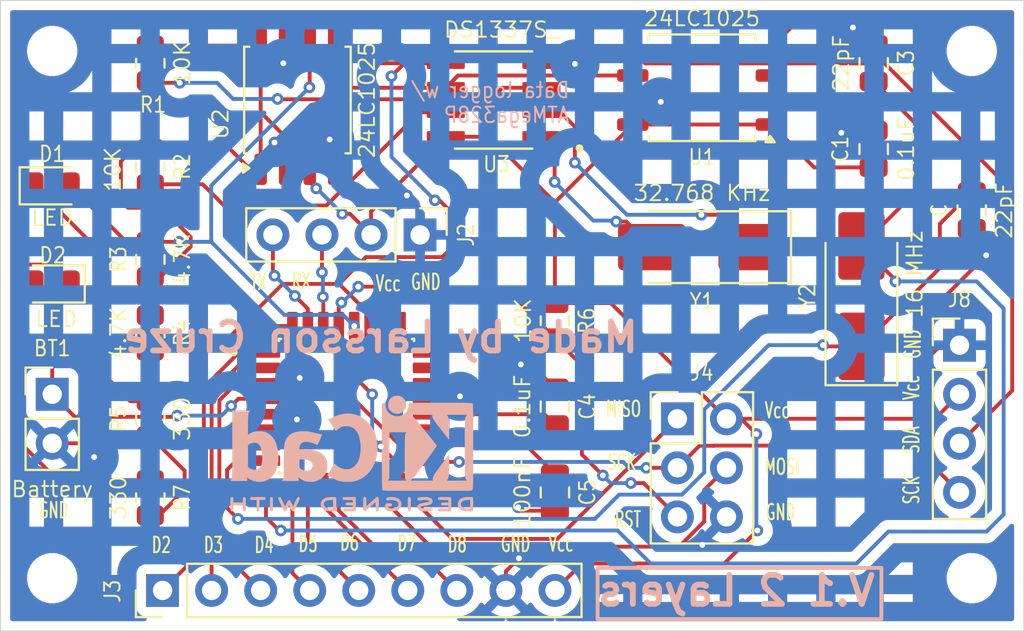
<source format=kicad_pcb>
(kicad_pcb (version 20241229) (generator "pcbnew") (generator_version "9.0")
  (title_block (title "${project_name}") (date "2025-08-30") (rev "1") (comment 1 "2-Layer_PCB_Version"))
  (layers (0 "F.Cu" mixed) (2 "B.Cu" mixed) (13 "F.Paste" user) (15 "B.Paste" user) (5 "F.SilkS" user "F.Silkscreen") (7 "B.SilkS" user "B.Silkscreen") (1 "F.Mask" user) (3 "B.Mask" user) (25 "Edge.Cuts" user))
  (property "project_name" "MCU Datalogger with Memory and Clock")
  (net 0 "")
  (net 1 "GND")
  (net 2 "Net-(BT1-+)")
  (net 3 "/Vcc")
  (net 4 "Net-(U4-PB6)")
  (net 5 "Net-(U4-PB7)")
  (net 6 "Net-(U4-AREF)")
  (net 7 "Net-(D1-K)")
  (net 8 "/SCK")
  (net 9 "Net-(D2-K)")
  (net 10 "/SDA")
  (net 11 "/TX")
  (net 12 "/RX")
  (net 13 "/D8")
  (net 14 "/D4")
  (net 15 "/D3")
  (net 16 "/D7")
  (net 17 "/D6")
  (net 18 "/D5")
  (net 19 "/D2")
  (net 20 "/RESET")
  (net 21 "/MOSI")
  (net 22 "/MISO")
  (net 23 "Net-(U3-~{INTA})")
  (net 24 "Net-(U3-SQW{slash}~INT)")
  (net 25 "Net-(U3-X1)")
  (net 26 "Net-(U3-X2)")
  (footprint "Connector_PinHeader_2.54mm:PinHeader_1x02_P2.54mm_Vertical" (layer "F.Cu") (at 93.98 125.095)
    (property "Reference" "BT1")
    (property "Value" "Battery")
  )
  (footprint "Resistor_SMD:R_0805_2012Metric" (layer "F.Cu") (at 99.06 113.3075 -90)
    (property "Reference" "R2")
    (property "Value" "10K")
  )
  (footprint "Resistor_SMD:R_0805_2012Metric" (layer "F.Cu") (at 99.06 118.11 90)
    (property "Reference" "R3")
    (property "Value" "4.7K")
  )
  (footprint "Footprints:SOIC127P600X175-8N" (layer "F.Cu") (at 116.84 109.855 180)
    (property "Reference" "U3")
    (property "Value" "DS1337S_")
  )
  (footprint "Package_SO:SOIC-8_5.3x5.3mm_P1.27mm" (layer "F.Cu") (at 106.68 109.855 90)
    (property "Reference" "U2")
    (property "Value" "24LC1025")
  )
  (footprint "Resistor_SMD:R_0805_2012Metric" (layer "F.Cu") (at 99.06 130.4525 -90)
    (property "Reference" "R7")
    (property "Value" "330")
  )
  (footprint "Capacitor_SMD:C_0805_2012Metric" (layer "F.Cu") (at 141.605 115.57 90)
    (property "Reference" "C")
    (property "Value" "22pF")
  )
  (footprint "Connector_PinHeader_2.54mm:PinHeader_2x03_P2.54mm_Vertical" (layer "F.Cu") (at 126.36 126.365)
    (property "Reference" "J4")
    (property "Value" "Conn_02x03_Odd_Even" (hide yes))
  )
  (footprint "Capacitor_SMD:C_0805_2012Metric" (layer "F.Cu") (at 136.525 112.395 90)
    (property "Reference" "C1")
    (property "Value" "0.1uF")
  )
  (footprint "Connector_PinHeader_2.54mm:PinHeader_1x04_P2.54mm_Vertical" (layer "F.Cu") (at 140.97 122.555)
    (property "Reference" "J8")
    (property "Value" "Conn_01x04_Pin" (hide yes))
  )
  (footprint "Resistor_SMD:R_0805_2012Metric" (layer "F.Cu") (at 99.06 126.365 90)
    (property "Reference" "R5")
    (property "Value" "330")
  )
  (footprint "Capacitor_SMD:C_0805_2012Metric" (layer "F.Cu") (at 136.525 107.95 -90)
    (property "Reference" "C3")
    (property "Value" "22pF")
  )
  (footprint "Crystal:Crystal_SMD_5032-2Pin_5.0x3.2mm_HandSoldering" (layer "F.Cu") (at 127.635 117.475 180)
    (property "Reference" "Y1")
    (property "Value" "32.768 KHz")
  )
  (footprint "Connector_PinHeader_2.54mm:PinHeader_1x09_P2.54mm_Vertical" (layer "F.Cu") (at 99.695 135.255 90)
    (property "Reference" "J3")
    (property "Value" "Conn_01x09_Pin" (hide yes))
  )
  (footprint "MountingHole:MountingHole_2.1mm" (layer "F.Cu") (at 93.98 107.315)
    (property "Reference" "H1" (hide yes))
    (property "Value" "MountingHole" (hide yes))
  )
  (footprint "LED_SMD:LED_0805_2012Metric" (layer "F.Cu") (at 93.98 114.3)
    (property "Reference" "D1")
    (property "Value" "LED")
  )
  (footprint "Footprints:QFP80P900X900X120-32N" (layer "F.Cu") (at 109.22 125.73)
    (property "Reference" "U4" (hide yes))
    (property "Value" "ATMEGA328P-AU" (hide yes))
  )
  (footprint "MountingHole:MountingHole_2.1mm" (layer "F.Cu") (at 141.605 134.62)
    (property "Reference" "H4" (hide yes))
    (property "Value" "MountingHole" (hide yes))
  )
  (footprint "Package_SO:SOIC-8_5.3x5.3mm_P1.27mm" (layer "F.Cu") (at 127.635 109.22 180)
    (property "Reference" "U1")
    (property "Value" "24LC1025")
  )
  (footprint "MountingHole:MountingHole_2.1mm" (layer "F.Cu") (at 141.605 107.315)
    (property "Reference" "H3" (hide yes))
    (property "Value" "MountingHole" (hide yes))
  )
  (footprint "LED_SMD:LED_0805_2012Metric" (layer "F.Cu") (at 93.98 119.38 180)
    (property "Reference" "D2")
    (property "Value" "LED")
  )
  (footprint "Resistor_SMD:R_0805_2012Metric" (layer "F.Cu") (at 99.06 121.92 -90)
    (property "Reference" "R4")
    (property "Value" "4.7K")
  )
  (footprint "Capacitor_SMD:C_0805_2012Metric" (layer "F.Cu") (at 120.015 125.73 -90)
    (property "Reference" "C4")
    (property "Value" "0.1uF")
  )
  (footprint "MountingHole:MountingHole_2.1mm" (layer "F.Cu") (at 93.98 134.62)
    (property "Reference" "H2" (hide yes))
    (property "Value" "MountingHole" (hide yes))
  )
  (footprint "Resistor_SMD:R_0805_2012Metric" (layer "F.Cu") (at 120.015 121.285 -90)
    (property "Reference" "R6")
    (property "Value" "10K")
  )
  (footprint "Resistor_SMD:R_0805_2012Metric" (layer "F.Cu") (at 99.06 107.95 90)
    (property "Reference" "R1")
    (property "Value" "10K")
  )
  (footprint "Crystal:Crystal_SMD_5032-2Pin_5.0x3.2mm_HandSoldering" (layer "F.Cu") (at 135.89 120.015 90)
    (property "Reference" "Y2")
    (property "Value" "16 MHz")
  )
  (footprint "Capacitor_SMD:C_0805_2012Metric" (layer "F.Cu") (at 120.015 130.175 -90)
    (property "Reference" "C5")
    (property "Value" "100nF")
  )
  (footprint "Connector_PinHeader_2.54mm:PinHeader_1x04_P2.54mm_Vertical" (layer "F.Cu") (at 113.03 116.84 -90)
    (property "Reference" "J2")
    (property "Value" "Conn_01x04_Pin" (hide yes))
  )
  (footprint "Symbol:KiCad-Logo2_5mm_SilkScreen" (layer "B.Cu") (at 109.5 128.15 180)
    (property "Reference" "REF**" (hide yes))
    (property "Value" "KiCad-Logo2_5mm_SilkScreen" (hide yes))
  )
  (gr_rect (start 122.225 134.0875) (end 136.925 136.7375) (stroke (width 0.2)) (fill no) (layer "B.SilkS"))
  (gr_rect (start 91.3 104.7) (end 144.3 137.35) (stroke (width 0.05)) (fill no) (layer "Edge.Cuts"))
  (gr_text "MISO" (at 122.6 126.325 0) (layer "F.SilkS") (effects (font (size 0.8 0.5) (thickness 0.1)) (justify left bottom)))
  (gr_text "D5" (at 106.675 133.325 0) (layer "F.SilkS") (effects (font (size 0.8 0.5) (thickness 0.1)) (justify left bottom)))
  (gr_text "Vcc" (at 110.675 119.825 0) (layer "F.SilkS") (effects (font (size 0.8 0.5) (thickness 0.1)) (justify left bottom)))
  (gr_text "RST" (at 123.05 132.05 0) (layer "F.SilkS") (effects (font (size 0.8 0.5) (thickness 0.1)) (justify left bottom)))
  (gr_text "SCK" (at 122.675 129.075 0) (layer "F.SilkS") (effects (font (size 0.8 0.5) (thickness 0.1)) (justify left bottom)))
  (gr_text "SDA" (at 138.95 128.225 90) (layer "F.SilkS") (effects (font (size 0.8 0.5) (thickness 0.1)) (justify left bottom)))
  (gr_text "GND" (at 93.225 131.575 0) (layer "F.SilkS") (effects (font (size 0.8 0.5) (thickness 0.1)) (justify left bottom)))
  (gr_text "D3" (at 101.775 133.375 0) (layer "F.SilkS") (effects (font (size 0.8 0.5) (thickness 0.1)) (justify left bottom)))
  (gr_text "RX" (at 106.325 119.7 0) (layer "F.SilkS") (effects (font (size 0.8 0.5) (thickness 0.1)) (justify left bottom)))
  (gr_text "Vcc" (at 119.625 133.3 0) (layer "F.SilkS") (effects (font (size 0.8 0.5) (thickness 0.1)) (justify left bottom)))
  (gr_text "MOSI" (at 130.825 129.325 0) (layer "F.SilkS") (effects (font (size 0.8 0.5) (thickness 0.1)) (justify left bottom)))
  (gr_text "GND" (at 130.875 131.675 0) (layer "F.SilkS") (effects (font (size 0.8 0.5) (thickness 0.1)) (justify left bottom)))
  (gr_text "Vcc" (at 138.95 125.45 90) (layer "F.SilkS") (effects (font (size 0.8 0.5) (thickness 0.1)) (justify left bottom)))
  (gr_text "Vcc" (at 130.825 126.4 0) (layer "F.SilkS") (effects (font (size 0.8 0.5) (thickness 0.1)) (justify left bottom)))
  (gr_text "D8" (at 114.4 133.35 0) (layer "F.SilkS") (effects (font (size 0.8 0.5) (thickness 0.1)) (justify left bottom)))
  (gr_text "SCK" (at 138.95 130.85 90) (layer "F.SilkS") (effects (font (size 0.8 0.5) (thickness 0.1)) (justify left bottom)))
  (gr_text "GND" (at 139.025 123.325 90) (layer "F.SilkS") (effects (font (size 0.8 0.5) (thickness 0.1)) (justify left bottom)))
  (gr_text "D6" (at 108.825 133.25 0) (layer "F.SilkS") (effects (font (size 0.8 0.5) (thickness 0.1)) (justify left bottom)))
  (gr_text "TX" (at 104.175 119.75 0) (layer "F.SilkS") (effects (font (size 0.8 0.5) (thickness 0.1)) (justify left bottom)))
  (gr_text "GND" (at 112.5 119.75 0) (layer "F.SilkS") (effects (font (size 0.8 0.5) (thickness 0.1)) (justify left bottom)))
  (gr_text "D7" (at 111.8 133.275 0) (layer "F.SilkS") (effects (font (size 0.8 0.5) (thickness 0.1)) (justify left bottom)))
  (gr_text "D2" (at 99.075 133.375 0) (layer "F.SilkS") (effects (font (size 0.8 0.5) (thickness 0.1)) (justify left bottom)))
  (gr_text "D4" (at 104.4 133.375 0) (layer "F.SilkS") (effects (font (size 0.8 0.5) (thickness 0.1)) (justify left bottom)))
  (gr_text "GND" (at 117.15 133.325 0) (layer "F.SilkS") (effects (font (size 0.8 0.5) (thickness 0.1)) (justify left bottom)))
  (gr_text "Made by Larsson Cruze" (at 124.475 123.025 0) (layer "B.SilkS") (effects (font (size 1.5 1.5) (thickness 0.3) (bold yes)) (justify left bottom mirror)))
  (gr_text "Data logger w/\nATMega328P" (at 120.825 111.1 0) (layer "B.SilkS") (effects (font (size 0.8 0.7) (thickness 0.1)) (justify left bottom mirror)))
  (gr_text "V.1 2 Layers" (at 136.75 136.15 0) (layer "B.SilkS") (effects (font (size 1.5 1.5) (thickness 0.3) (bold yes)) (justify left bottom mirror)))
  (segment (start 113.03 115.48) (end 112.35 114.8) (width 0.2) (layer "F.Cu") (net 1))
  (segment (start 106.045 112.60853) (end 105.493235 112.056765) (width 0.2) (layer "F.Cu") (net 1))
  (segment (start 138.65 121.6) (end 142.35 117.9) (width 0.2) (layer "F.Cu") (net 1))
  (segment (start 115.1 125.2) (end 116.6 125.2) (width 0.2) (layer "F.Cu") (net 1))
  (segment (start 96.694 128.35) (end 97.7665 127.2775) (width 0.2) (layer "F.Cu") (net 1))
  (segment (start 134.955 111.445) (end 134.85 111.55) (width 0.2) (layer "F.Cu") (net 1))
  (segment (start 139.005 123.545) (end 138.65 123.19) (width 0.2) (layer "F.Cu") (net 1))
  (segment (start 106.38 126.13) (end 106.65 126.4) (width 0.2) (layer "F.Cu") (net 1))
  (segment (start 136.525 107) (end 136.35 107) (width 0.2) (layer "F.Cu") (net 1))
  (segment (start 117.475 134.264) (end 118.15 133.589) (width 0.2) (layer "F.Cu") (net 1))
  (segment (start 119.315 107.95) (end 121.015 107.95) (width 0.2) (layer "F.Cu") (net 1))
  (segment (start 114.97 125.33) (end 115.1 125.2) (width 0.2) (layer "F.Cu") (net 1))
  (segment (start 113.39 125.33) (end 114.97 125.33) (width 0.2) (layer "F.Cu") (net 1))
  (segment (start 100.838 130.048) (end 100.838 129.0555) (width 0.2) (layer "F.Cu") (net 1))
  (segment (start 139.995 122.555) (end 140.97 122.555) (width 0.2) (layer "F.Cu") (net 1))
  (segment (start 136.35 107) (end 135.45 106.1) (width 0.2) (layer "F.Cu") (net 1))
  (segment (start 117.475 135.255) (end 117.475 134.264) (width 0.2) (layer "F.Cu") (net 1))
  (segment (start 141.605 116.52) (end 141.605 117.155) (width 0.2) (layer "F.Cu") (net 1))
  (segment (start 128.9 131.445) (end 128.9 131.65) (width 0.2) (layer "F.Cu") (net 1))
  (segment (start 125.405 109.855) (end 125.5 109.95) (width 0.2) (layer "F.Cu") (net 1))
  (segment (start 131.2225 107.315) (end 131.2225 107.1275) (width 0.2) (layer "F.Cu") (net 1))
  (segment (start 106.045 106.2675) (end 106.045 107.855) (width 0.2) (layer "F.Cu") (net 1))
  (segment (start 106.045 107.855) (end 105.95 107.95) (width 0.2) (layer "F.Cu") (net 1))
  (segment (start 106.045 113.4425) (end 106.045 112.60853) (width 0.2) (layer "F.Cu") (net 1))
  (segment (start 138.65 123.19) (end 138.65 121.6) (width 0.2) (layer "F.Cu") (net 1))
  (segment (start 108.585 112.135) (end 108.35 111.9) (width 0.2) (layer "F.Cu") (net 1))
  (segment (start 106.52 124.53) (end 106.8 124.25) (width 0.2) (layer "F.Cu") (net 1))
  (segment (start 120.015 124.78) (end 118.785 123.55) (width 0.2) (layer "F.Cu") (net 1))
  (segment (start 128.9 131.65) (end 127.65 132.9) (width 0.2) (layer "F.Cu") (net 1))
  (segment (start 121.015 107.95) (end 121.05 107.985) (width 0.2) (layer "F.Cu") (net 1))
  (segment (start 105.05 126.13) (end 106.38 126.13) (width 0.2) (layer "F.Cu") (net 1))
  (segment (start 118.285 131.125) (end 120.015 131.125) (width 0.2) (layer "F.Cu") (net 1))
  (segment (start 124.0475 109.855) (end 125.405 109.855) (width 0.2) (layer "F.Cu") (net 1))
  (segment (start 105.05 124.53) (end 106.52 124.53) (width 0.2) (layer "F.Cu") (net 1))
  (segment (start 97.7665 127.2775) (end 99.06 127.2775) (width 0.2) (layer "F.Cu") (net 1))
  (segment (start 113.03 116.84) (end 113.03 115.48) (width 0.2) (layer "F.Cu") (net 1))
  (segment (start 96.15 128.35) (end 96.2 128.3) (width 0.2) (layer "F.Cu") (net 1))
  (segment (start 96.15 128.35) (end 96.694 128.35) (width 0.2) (layer "F.Cu") (net 1))
  (segment (start 108.585 113.4425) (end 108.585 112.135) (width 0.2) (layer "F.Cu") (net 1))
  (segment (start 100.838 129.0555) (end 99.06 127.2775) (width 0.2) (layer "F.Cu") (net 1))
  (segment (start 99.06 131.365) (end 99.521 131.365) (width 0.2) (layer "F.Cu") (net 1))
  (segment (start 118.11 130.95) (end 118.285 131.125) (width 0.2) (layer "F.Cu") (net 1))
  (segment (start 118.785 123.55) (end 118.25 123.55) (width 0.2) (layer "F.Cu") (net 1))
  (segment (start 132.25 106.1) (end 131.9 106.45) (width 0.2) (layer "F.Cu") (net 1))
  (segment (start 93.98 127.635) (end 95.435 127.635) (width 0.2) (layer "F.Cu") (net 1))
  (segment (start 99.521 131.365) (end 100.838 130.048) (width 0.2) (layer "F.Cu") (net 1))
  (segment (start 136.525 111.445) (end 134.955 111.445) (width 0.2) (layer "F.Cu") (net 1))
  (segment (start 131.2225 107.1275) (end 131.9 106.45) (width 0.2) (layer "F.Cu") (net 1))
  (segment (start 139.005 123.545) (end 139.995 122.555) (width 0.2) (layer "F.Cu") (net 1))
  (segment (start 95.435 127.635) (end 96.15 128.35) (width 0.2) (layer "F.Cu") (net 1))
  (segment (start 116.6 125.2) (end 118.25 123.55) (width 0.2) (layer "F.Cu") (net 1))
  (segment (start 141.605 117.155) (end 142.35 117.9) (width 0.2) (layer "F.Cu") (net 1))
  (segment (start 135.45 106.1) (end 132.25 106.1) (width 0.2) (layer "F.Cu") (net 1))
  (via (at 142.35 117.9) (size 0.6) (drill 0.3) (layers "F.Cu" "B.Cu") (net 1))
  (via (at 115.1 125.2) (size 0.6) (drill 0.3) (layers "F.Cu" "B.Cu") (net 1))
  (via (at 134.85 111.55) (size 0.6) (drill 0.3) (layers "F.Cu" "B.Cu") (net 1))
  (via (at 108.35 111.9) (size 0.6) (drill 0.3) (layers "F.Cu" "B.Cu") (net 1))
  (via (at 112.35 114.8) (size 0.6) (drill 0.3) (layers "F.Cu" "B.Cu") (net 1))
  (via (at 106.8 124.25) (size 0.6) (drill 0.3) (layers "F.Cu" "B.Cu") (net 1))
  (via (at 105.95 107.95) (size 0.6) (drill 0.3) (layers "F.Cu" "B.Cu") (net 1))
  (via (at 125.5 109.95) (size 0.6) (drill 0.3) (layers "F.Cu" "B.Cu") (net 1))
  (via (at 118.15 133.589) (size 0.6) (drill 0.3) (layers "F.Cu" "B.Cu") (net 1))
  (via (at 96.15 128.35) (size 0.6) (drill 0.3) (layers "F.Cu" "B.Cu") (net 1))
  (via (at 118.11 130.95) (size 0.6) (drill 0.3) (layers "F.Cu" "B.Cu") (net 1))
  (via (at 105.493235 112.056765) (size 0.6) (drill 0.3) (layers "F.Cu" "B.Cu") (net 1))
  (via (at 106.65 126.4) (size 0.6) (drill 0.3) (layers "F.Cu" "B.Cu") (net 1))
  (via (at 118.25 123.55) (size 0.6) (drill 0.3) (layers "F.Cu" "B.Cu") (net 1))
  (via (at 121.05 107.985) (size 0.6) (drill 0.3) (layers "F.Cu" "B.Cu") (net 1))
  (via (at 127.65 132.9) (size 0.6) (drill 0.3) (layers "F.Cu" "B.Cu") (net 1))
  (via (at 135.45 106.1) (size 0.6) (drill 0.3) (layers "F.Cu" "B.Cu") (net 1))
  (segment (start 111.982 127.73) (end 109.582 125.33) (width 0.2) (layer "F.Cu") (net 2))
  (segment (start 95.151 126.266) (end 100.384 126.266) (width 0.2) (layer "F.Cu") (net 2))
  (segment (start 93.98 125.095) (end 93.98 120.3175) (width 0.2) (layer "F.Cu") (net 2))
  (segment (start 93.98 120.3175) (end 93.0425 119.38) (width 0.2) (layer "F.Cu") (net 2))
  (segment (start 109.582 125.33) (end 105.05 125.33) (width 0.2) (layer "F.Cu") (net 2))
  (segment (start 100.384 126.266) (end 100.45 126.2) (width 0.2) (layer "F.Cu") (net 2))
  (segment (start 113.39 127.73) (end 111.982 127.73) (width 0.2) (layer "F.Cu") (net 2))
  (segment (start 103.62 125.33) (end 105.05 125.33) (width 0.2) (layer "F.Cu") (net 2))
  (segment (start 120.015 129.225) (end 118.52 127.73) (width 0.2) (layer "F.Cu") (net 2))
  (segment (start 93.98 125.095) (end 95.151 126.266) (width 0.2) (layer "F.Cu") (net 2))
  (segment (start 118.52 127.73) (end 113.39 127.73) (width 0.2) (layer "F.Cu") (net 2))
  (segment (start 103.25 125.7) (end 103.62 125.33) (width 0.2) (layer "F.Cu") (net 2))
  (via (at 103.25 125.7) (size 0.6) (drill 0.3) (layers "F.Cu" "B.Cu") (net 2))
  (via (at 100.45 126.2) (size 0.6) (drill 0.3) (layers "F.Cu" "B.Cu") (net 2))
  (segment (start 102.75 126.2) (end 103.25 125.7) (width 0.2) (layer "B.Cu") (net 2))
  (segment (start 100.45 126.2) (end 102.75 126.2) (width 0.2) (layer "B.Cu") (net 2))
  (segment (start 122.9075 120.3725) (end 128.9 126.365) (width 0.2) (layer "F.Cu") (net 3))
  (segment (start 136.525 113.345) (end 133.4425 113.345) (width 0.2) (layer "F.Cu") (net 3))
  (segment (start 99.06 112.395) (end 103.188 112.395) (width 0.2) (layer "F.Cu") (net 3))
  (segment (start 104.775 113.4425) (end 104.2355 113.4425) (width 0.2) (layer "F.Cu") (net 3))
  (segment (start 107.315 113.4425) (end 107.315 114.0985) (width 0.2) (layer "F.Cu") (net 3))
  (segment (start 139.7 126.365) (end 129.54 126.365) (width 0.2) (layer "F.Cu") (net 3))
  (segment (start 131.2225 109.855) (end 131.2225 108.585) (width 0.2) (layer "F.Cu") (net 3))
  (segment (start 124.0475 111.125) (end 120.015 115.1575) (width 0.2) (layer "F.Cu") (net 3))
  (segment (start 120.015 120.3725) (end 122.9075 120.3725) (width 0.2) (layer "F.Cu") (net 3))
  (segment (start 104.005 107.0375) (end 99.06 107.0375) (width 0.2) (layer "F.Cu") (net 3))
  (segment (start 128.792 133.858) (end 130.5 132.15) (width 0.2) (layer "F.Cu") (net 3))
  (segment (start 99.577443 119.0225) (end 101.151 117.448943) (width 0.2) (layer "F.Cu") (net 3))
  (segment (start 97.536 115.062) (end 97.9085 115.4345) (width 0.2) (layer "F.Cu") (net 3))
  (segment (start 120.015 135.255) (end 121.412 133.858) (width 0.2) (layer "F.Cu") (net 3))
  (segment (start 101.151 117.448943) (end 101.151 116.951057) (width 0.2) (layer "F.Cu") (net 3))
  (segment (start 109.4 115.75) (end 110.49 116.84) (width 0.2) (layer "F.Cu") (net 3))
  (segment (start 104.775 110.49) (end 104.775 113.4425) (width 0.2) (layer "F.Cu") (net 3))
  (segment (start 114.365 111.76) (end 110.49 115.635) (width 0.2) (layer "F.Cu") (net 3))
  (segment (start 129.661 126.365) (end 129.54 126.365) (width 0.2) (layer "F.Cu") (net 3))
  (segment (start 109 115.75) (end 109.4 115.75) (width 0.2) (layer "F.Cu") (net 3))
  (segment (start 110.49 115.635) (end 110.49 116.84) (width 0.2) (layer "F.Cu") (net 3))
  (segment (start 99.06 119.0225) (end 99.577443 119.0225) (width 0.2) (layer "F.Cu") (net 3))
  (segment (start 129.54 126.365) (end 128.9 126.365) (width 0.2) (layer "F.Cu") (net 3))
  (segment (start 104.775 106.2675) (end 104.005 107.0375) (width 0.2) (layer "F.Cu") (net 3))
  (segment (start 124.0475 111.125) (end 131.2225 111.125) (width 0.2) (layer "F.Cu") (net 3))
  (segment (start 121.412 133.858) (end 128.792 133.858) (width 0.2) (layer "F.Cu") (net 3))
  (segment (start 131.2225 111.125) (end 131.2225 109.855) (width 0.2) (layer "F.Cu") (net 3))
  (segment (start 101.151 116.951057) (end 99.634443 115.4345) (width 0.2) (layer "F.Cu") (net 3))
  (segment (start 97.536 113.03) (end 97.536 115.062) (width 0.2) (layer "F.Cu") (net 3))
  (segment (start 120.015 115.1575) (end 120.015 120.3725) (width 0.2) (layer "F.Cu") (net 3))
  (segment (start 116.6175 111.76) (end 120.015 115.1575) (width 0.2) (layer "F.Cu") (net 3))
  (segment (start 99.06 119.0225) (end 99.06 121.0075) (width 0.2) (layer "F.Cu") (net 3))
  (segment (start 133.4425 113.345) (end 131.2225 111.125) (width 0.2) (layer "F.Cu") (net 3))
  (segment (start 99.06 112.395) (end 98.171 112.395) (width 0.2) (layer "F.Cu") (net 3))
  (segment (start 107.315 113.4425) (end 107.315 113.03) (width 0.2) (layer "F.Cu") (net 3))
  (segment (start 107.315 113.03) (end 104.775 110.49) (width 0.2) (layer "F.Cu") (net 3))
  (segment (start 98.171 112.395) (end 97.536 113.03) (width 0.2) (layer "F.Cu") (net 3))
  (segment (start 103.188 112.395) (end 104.2355 113.4425) (width 0.2) (layer "F.Cu") (net 3))
  (segment (start 114.365 111.76) (end 116.6175 111.76) (width 0.2) (layer "F.Cu") (net 3))
  (segment (start 140.97 125.095) (end 139.7 126.365) (width 0.2) (layer "F.Cu") (net 3))
  (segment (start 97.9085 115.4345) (end 99.634443 115.4345) (width 0.2) (layer "F.Cu") (net 3))
  (segment (start 104.775 106.2675) (end 104.775 110.49) (width 0.2) (layer "F.Cu") (net 3))
  (segment (start 107.315 114.0985) (end 107.65 114.4335) (width 0.2) (layer "F.Cu") (net 3))
  (segment (start 130.45 127.154) (end 129.661 126.365) (width 0.2) (layer "F.Cu") (net 3))
  (via (at 130.5 132.15) (size 0.6) (drill 0.3) (layers "F.Cu" "B.Cu") (net 3))
  (via (at 130.45 127.154) (size 0.6) (drill 0.3) (layers "F.Cu" "B.Cu") (net 3))
  (via (at 109 115.75) (size 0.6) (drill 0.3) (layers "F.Cu" "B.Cu") (net 3))
  (via (at 107.65 114.4335) (size 0.6) (drill 0.3) (layers "F.Cu" "B.Cu") (net 3))
  (segment (start 107.6835 114.4335) (end 109 115.75) (width 0.2) (layer "B.Cu") (net 3))
  (segment (start 107.65 114.4335) (end 107.6835 114.4335) (width 0.2) (layer "B.Cu") (net 3))
  (segment (start 130.5 132.15) (end 130.45 132.1) (width 0.2) (layer "B.Cu") (net 3))
  (segment (start 130.45 132.1) (end 130.45 127.154) (width 0.2) (layer "B.Cu") (net 3))
  (segment (start 104.315 127.73) (end 103.037 129.008) (width 0.2) (layer "F.Cu") (net 4))
  (segment (start 133.9 122.55) (end 133.965 122.615) (width 0.2) (layer "F.Cu") (net 4))
  (segment (start 103.037 129.008) (end 103.037 130.556) (width 0.2) (layer "F.Cu") (net 4))
  (segment (start 103.037 130.987) (end 103.6 131.55) (width 0.2) (layer "F.Cu") (net 4))
  (segment (start 139.954 116.271) (end 141.605 114.62) (width 0.2) (layer "F.Cu") (net 4))
  (segment (start 139.954 118.551) (end 139.954 116.271) (width 0.2) (layer "F.Cu") (net 4))
  (segment (start 105.05 127.73) (end 104.315 127.73) (width 0.2) (layer "F.Cu") (net 4))
  (segment (start 135.89 122.615) (end 139.954 118.551) (width 0.2) (layer "F.Cu") (net 4))
  (segment (start 103.037 130.556) (end 103.037 130.987) (width 0.2) (layer "F.Cu") (net 4))
  (segment (start 133.965 122.615) (end 135.89 122.615) (width 0.2) (layer "F.Cu") (net 4))
  (via (at 133.9 122.55) (size 0.6) (drill 0.3) (layers "F.Cu" "B.Cu") (net 4))
  (via (at 103.6 131.55) (size 0.6) (drill 0.3) (layers "F.Cu" "B.Cu") (net 4))
  (segment (start 103.6 131.55) (end 122.08724 131.55) (width 0.2) (layer "B.Cu") (net 4))
  (segment (start 127.749 125.88824) (end 131.08724 122.55) (width 0.2) (layer "B.Cu") (net 4))
  (segment (start 127.749 129.14376) (end 127.749 125.88824) (width 0.2) (layer "B.Cu") (net 4))
  (segment (start 126.59876 130.294) (end 127.749 129.14376) (width 0.2) (layer "B.Cu") (net 4))
  (segment (start 123.34324 130.294) (end 126.59876 130.294) (width 0.2) (layer "B.Cu") (net 4))
  (segment (start 122.08724 131.55) (end 123.34324 130.294) (width 0.2) (layer "B.Cu") (net 4))
  (segment (start 131.08724 122.55) (end 133.9 122.55) (width 0.2) (layer "B.Cu") (net 4))
  (segment (start 105.734 132.15) (end 105.82 132.15) (width 0.2) (layer "F.Cu") (net 5))
  (segment (start 137.65 119.25) (end 137.65 119.175) (width 0.2) (layer "F.Cu") (net 5))
  (segment (start 138.684 111.059) (end 136.525 108.9) (width 0.2) (layer "F.Cu") (net 5))
  (segment (start 105.05 131.466) (end 105.734 132.15) (width 0.2) (layer "F.Cu") (net 5))
  (segment (start 105.05 128.53) (end 105.05 131.466) (width 0.2) (layer "F.Cu") (net 5))
  (segment (start 135.89 117.415) (end 138.684 114.621) (width 0.2) (layer "F.Cu") (net 5))
  (segment (start 137.65 119.175) (end 135.89 117.415) (width 0.2) (layer "F.Cu") (net 5))
  (segment (start 138.684 114.621) (end 138.684 111.059) (width 0.2) (layer "F.Cu") (net 5))
  (via (at 105.82 132.15) (size 0.6) (drill 0.3) (layers "F.Cu" "B.Cu") (net 5))
  (via (at 137.65 119.25) (size 0.6) (drill 0.3) (layers "F.Cu" "B.Cu") (net 5))
  (segment (start 142.367 132.207) (end 143.256 131.318) (width 0.2) (layer "B.Cu") (net 5))
  (segment (start 143.256 120.65) (end 141.856 119.25) (width 0.2) (layer "B.Cu") (net 5))
  (segment (start 135.636 133.858) (end 137.287 132.207) (width 0.2) (layer "B.Cu") (net 5))
  (segment (start 143.256 131.318) (end 143.256 120.65) (width 0.2) (layer "B.Cu") (net 5))
  (segment (start 124.968 133.858) (end 135.636 133.858) (width 0.2) (layer "B.Cu") (net 5))
  (segment (start 105.82 132.15) (end 123.26 132.15) (width 0.2) (layer "B.Cu") (net 5))
  (segment (start 137.668 119.268) (end 137.65 119.25) (width 0.2) (layer "B.Cu") (net 5))
  (segment (start 137.287 132.207) (end 142.367 132.207) (width 0.2) (layer "B.Cu") (net 5))
  (segment (start 123.26 132.15) (end 124.968 133.858) (width 0.2) (layer "B.Cu") (net 5))
  (segment (start 141.856 119.25) (end 137.65 119.25) (width 0.2) (layer "B.Cu") (net 5))
  (segment (start 120.015 126.68) (end 119.465 126.13) (width 0.2) (layer "F.Cu") (net 6))
  (segment (start 119.465 126.13) (end 113.39 126.13) (width 0.2) (layer "F.Cu") (net 6))
  (segment (start 96.266 117.5235) (end 96.266 123.698) (width 0.2) (layer "F.Cu") (net 7))
  (segment (start 96.266 123.698) (end 98.0205 125.4525) (width 0.2) (layer "F.Cu") (net 7))
  (segment (start 93.0425 114.3) (end 96.266 117.5235) (width 0.2) (layer "F.Cu") (net 7))
  (segment (start 98.0205 125.4525) (end 99.06 125.4525) (width 0.2) (layer "F.Cu") (net 7))
  (segment (start 124.0475 108.585) (end 115 108.585) (width 0.2) (layer "F.Cu") (net 8))
  (segment (start 107.315 106.2675) (end 107.315 107.079999) (width 0.2) (layer "F.Cu") (net 8))
  (segment (start 107.315 109.185) (end 107.315 106.2675) (width 0.2) (layer "F.Cu") (net 8))
  (segment (start 99.06 117.1975) (end 97.815 117.1975) (width 0.2) (layer "F.Cu") (net 8))
  (segment (start 128.278 127.754) (end 128.27 127.762) (width 0.2) (layer "F.Cu") (net 8))
  (segment (start 109.62 121.56) (end 109.62 124.17) (width 0.2) (layer "F.Cu") (net 8))
  (segment (start 99.0625 117.2) (end 99.06 117.1975) (width 0.2) (layer "F.Cu") (net 8))
  (segment (start 100.55 117.2) (end 99.0625 117.2) (width 0.2) (layer "F.Cu") (net 8))
  (segment (start 124.745 128.905) (end 126.36 128.905) (width 0.2) (layer "F.Cu") (net 8))
  (segment (start 115 108.585) (end 114.365 109.22) (width 0.2) (layer "F.Cu") (net 8))
  (segment (start 128.27 127.762) (end 127.503 127.762) (width 0.2) (layer "F.Cu") (net 8))
  (segment (start 127.503 127.762) (end 126.36 128.905) (width 0.2) (layer "F.Cu") (net 8))
  (segment (start 107.3 109.2) (end 107.315 109.185) (width 0.2) (layer "F.Cu") (net 8))
  (segment (start 109.455001 109.22) (end 114.365 109.22) (width 0.2) (layer "F.Cu") (net 8))
  (segment (start 109.62 124.17) (end 110.55 125.1) (width 0.2) (layer "F.Cu") (net 8))
  (segment (start 140.97 130.175) (end 138.549 127.754) (width 0.2) (layer "F.Cu") (net 8))
  (segment (start 138.549 127.754) (end 128.278 127.754) (width 0.2) (layer "F.Cu") (net 8))
  (segment (start 111.73 128.53) (end 113.39 128.53) (width 0.2) (layer "F.Cu") (net 8))
  (segment (start 115.05 128.6) (end 113.46 128.6) (width 0.2) (layer "F.Cu") (net 8))
  (segment (start 113.46 128.6) (end 113.39 128.53) (width 0.2) (layer "F.Cu") (net 8))
  (segment (start 107.315 107.079999) (end 109.455001 109.22) (width 0.2) (layer "F.Cu") (net 8))
  (segment (start 97.815 117.1975) (end 94.9175 114.3) (width 0.2) (layer "F.Cu") (net 8))
  (segment (start 111 127.8) (end 111.73 128.53) (width 0.2) (layer "F.Cu") (net 8))
  (via (at 100.55 117.2) (size 0.6) (drill 0.3) (layers "F.Cu" "B.Cu") (net 8))
  (via (at 109.62 121.56) (size 0.6) (drill 0.3) (layers "F.Cu" "B.Cu") (net 8))
  (via (at 107.3 109.2) (size 0.6) (drill 0.3) (layers "F.Cu" "B.Cu") (net 8))
  (via (at 124.745 128.905) (size 0.6) (drill 0.3) (layers "F.Cu" "B.Cu") (net 8))
  (via (at 110.55 125.1) (size 0.6) (drill 0.3) (layers "F.Cu" "B.Cu") (net 8))
  (via (at 111 127.8) (size 0.6) (drill 0.3) (layers "F.Cu" "B.Cu") (net 8))
  (via (at 115.05 128.6) (size 0.6) (drill 0.3) (layers "F.Cu" "B.Cu") (net 8))
  (segment (start 123.855 128.905) (end 123.55 128.6) (width 0.2) (layer "B.Cu") (net 8))
  (segment (start 106.000216 120.986216) (end 102.214 117.2) (width 0.2) (layer "B.Cu") (net 8))
  (segment (start 109.62 121.56) (end 109.046216 120.986216) (width 0.2) (layer "B.Cu") (net 8))
  (segment (start 110.55 125.1) (end 110.55 127.35) (width 0.2) (layer "B.Cu") (net 8))
  (segment (start 123.55 128.6) (end 115.05 128.6) (width 0.2) (layer "B.Cu") (net 8))
  (segment (start 124.745 128.905) (end 123.855 128.905) (width 0.2) (layer "B.Cu") (net 8))
  (segment (start 109.046216 120.986216) (end 106.000216 120.986216) (width 0.2) (layer "B.Cu") (net 8))
  (segment (start 102.214 117.2) (end 102.214 114.286) (width 0.2) (layer "B.Cu") (net 8))
  (segment (start 110.55 127.35) (end 111 127.8) (width 0.2) (layer "B.Cu") (net 8))
  (segment (start 102.214 114.286) (end 107.3 109.2) (width 0.2) (layer "B.Cu") (net 8))
  (segment (start 102.214 117.2) (end 100.55 117.2) (width 0.2) (layer "B.Cu") (net 8))
  (segment (start 92.566354 118.379) (end 92.254 118.691354) (width 0.2) (layer "F.Cu") (net 9))
  (segment (start 94.25724 129.54) (end 99.06 129.54) (width 0.2) (layer "F.Cu") (net 9))
  (segment (start 94.9175 119.38) (end 93.9165 118.379) (width 0.2) (layer "F.Cu") (net 9))
  (segment (start 92.254 127.53676) (end 94.25724 129.54) (width 0.2) (layer "F.Cu") (net 9))
  (segment (start 93.9165 118.379) (end 92.566354 118.379) (width 0.2) (layer "F.Cu") (net 9))
  (segment (start 92.254 118.691354) (end 92.254 127.53676) (width 0.2) (layer "F.Cu") (net 9))
  (segment (start 114.365 107.95) (end 110.2675 107.95) (width 0.2) (layer "F.Cu") (net 10))
  (segment (start 137.09516 107.959) (end 143.699 114.56284) (width 0.2) (layer "F.Cu") (net 10))
  (segment (start 124.6915 107.959) (end 137.09516 107.959) (width 0.2) (layer "F.Cu") (net 10))
  (segment (start 143.699 114.56284) (end 143.699 124.906) (width 0.2) (layer "F.Cu") (net 10))
  (segment (start 143.699 124.906) (end 140.97 127.635) (width 0.2) (layer "F.Cu") (net 10))
  (segment (start 111.55 108.62) (end 112.22 107.95) (width 0.2) (layer "F.Cu") (net 10))
  (segment (start 102.4655 122.8325) (end 105.918 119.38) (width 0.2) (layer "F.Cu") (net 10))
  (segment (start 114.181 117.991) (end 114.554 117.618) (width 0.2) (layer "F.Cu") (net 10))
  (segment (start 105.918 119.38) (end 108.837312 119.38) (width 0.2) (layer "F.Cu") (net 10))
  (segment (start 114.554 115.57) (end 114.034 115.05) (width 0.2) (layer "F.Cu") (net 10))
  (segment (start 99.06 122.8325) (end 102.4655 122.8325) (width 0.2) (layer "F.Cu") (net 10))
  (segment (start 110.226312 117.991) (end 114.181 117.991) (width 0.2) (layer "F.Cu") (net 10))
  (segment (start 114.034 115.05) (end 113.8 115.05) (width 0.2) (layer "F.Cu") (net 10))
  (segment (start 110.2675 107.95) (end 108.585 106.2675) (width 0.2) (layer "F.Cu") (net 10))
  (segment (start 112.22 107.95) (end 114.365 107.95) (width 0.2) (layer "F.Cu") (net 10))
  (segment (start 115 107.315) (end 114.365 107.95) (width 0.2) (layer "F.Cu") (net 10))
  (segment (start 114.554 117.618) (end 114.554 115.57) (width 0.2) (layer "F.Cu") (net 10))
  (segment (start 108.837312 119.38) (end 110.226312 117.991) (width 0.2) (layer "F.Cu") (net 10))
  (segment (start 108.837312 119.38) (end 110.42 120.962688) (width 0.2) (layer "F.Cu") (net 10))
  (segment (start 124.0475 107.315) (end 115 107.315) (width 0.2) (layer "F.Cu") (net 10))
  (segment (start 110.42 120.962688) (end 110.42 121.56) (width 0.2) (layer "F.Cu") (net 10))
  (segment (start 124.0475 107.315) (end 124.6915 107.959) (width 0.2) (layer "F.Cu") (net 10))
  (via (at 111.55 108.62) (size 0.6) (drill 0.3) (layers "F.Cu" "B.Cu") (net 10))
  (via (at 113.8 115.05) (size 0.6) (drill 0.3) (layers "F.Cu" "B.Cu") (net 10))
  (segment (start 111.55 112.8) (end 111.55 108.62) (width 0.2) (layer "B.Cu") (net 10))
  (segment (start 113.8 115.05) (end 111.55 112.8) (width 0.2) (layer "B.Cu") (net 10))
  (segment (start 105.493735 118.955735) (end 105.41 118.872) (width 0.2) (layer "F.Cu") (net 11))
  (segment (start 107.22 120.67) (end 106.55 120) (width 0.2) (layer "F.Cu") (net 11))
  (segment (start 105.41 118.872) (end 105.41 116.84) (width 0.2) (layer "F.Cu") (net 11))
  (segment (start 107.22 121.56) (end 107.22 120.67) (width 0.2) (layer "F.Cu") (net 11))
  (via (at 105.493735 118.955735) (size 0.6) (drill 0.3) (layers "F.Cu" "B.Cu") (net 11))
  (via (at 106.55 120) (size 0.6) (drill 0.3) (layers "F.Cu" "B.Cu") (net 11))
  (segment (start 105.676 119.126) (end 105.664 119.126) (width 0.2) (layer "B.Cu") (net 11))
  (segment (start 106.55 120) (end 105.676 119.126) (width 0.2) (layer "B.Cu") (net 11))
  (segment (start 105.664 119.126) (end 105.493735 118.955735) (width 0.2) (layer "B.Cu") (net 11))
  (segment (start 108.02 121.56) (end 108.02 120.07) (width 0.2) (layer "F.Cu") (net 12))
  (segment (start 107.95 118.78) (end 107.95 116.84) (width 0.2) (layer "F.Cu") (net 12))
  (segment (start 108.02 120.07) (end 108 120.05) (width 0.2) (layer "F.Cu") (net 12))
  (via (at 108 120.05) (size 0.6) (drill 0.3) (layers "F.Cu" "B.Cu") (net 12))
  (via (at 107.95 118.78) (size 0.6) (drill 0.3) (layers "F.Cu" "B.Cu") (net 12))
  (segment (start 108 120.05) (end 108 118.83) (width 0.2) (layer "B.Cu") (net 12))
  (segment (start 108 118.83) (end 107.95 118.78) (width 0.2) (layer "B.Cu") (net 12))
  (segment (start 108.82 131.1129) (end 108.82 129.9) (width 0.2) (layer "F.Cu") (net 13))
  (segment (start 113.00045 133.32045) (end 111.02755 133.32045) (width 0.2) (layer "F.Cu") (net 13))
  (segment (start 111.02755 133.32045) (end 108.82 131.1129) (width 0.2) (layer "F.Cu") (net 13))
  (segment (start 114.935 135.255) (end 113.00045 133.32045) (width 0.2) (layer "F.Cu") (net 13))
  (segment (start 104.315 123.73) (end 105.05 123.73) (width 0.2) (layer "F.Cu") (net 14))
  (segment (start 104.775 135.255) (end 102.636 133.116) (width 0.2) (layer "F.Cu") (net 14))
  (segment (start 102.636 125.409) (end 104.315 123.73) (width 0.2) (layer "F.Cu") (net 14))
  (segment (start 102.636 133.116) (end 102.636 125.409) (width 0.2) (layer "F.Cu") (net 14))
  (segment (start 104.315 122.93) (end 105.05 122.93) (width 0.2) (layer "F.Cu") (net 15))
  (segment (start 102.235 125.01) (end 104.315 122.93) (width 0.2) (layer "F.Cu") (net 15))
  (segment (start 102.235 135.255) (end 102.235 125.01) (width 0.2) (layer "F.Cu") (net 15))
  (segment (start 108.02 130.88) (end 108.02 129.9) (width 0.2) (layer "F.Cu") (net 16))
  (segment (start 112.395 135.255) (end 108.02 130.88) (width 0.2) (layer "F.Cu") (net 16))
  (segment (start 107.22 132.62) (end 107.22 129.9) (width 0.2) (layer "F.Cu") (net 17))
  (segment (start 109.855 135.255) (end 107.22 132.62) (width 0.2) (layer "F.Cu") (net 17))
  (segment (start 106.42 134.36) (end 106.42 129.9) (width 0.2) (layer "F.Cu") (net 18))
  (segment (start 107.315 135.255) (end 106.42 134.36) (width 0.2) (layer "F.Cu") (net 18))
  (segment (start 101.834 124.748688) (end 105.022688 121.56) (width 0.2) (layer "F.Cu") (net 19))
  (segment (start 101.834 133.116) (end 101.834 124.748688) (width 0.2) (layer "F.Cu") (net 19))
  (segment (start 105.022688 121.56) (end 106.42 121.56) (width 0.2) (layer "F.Cu") (net 19))
  (segment (start 99.695 135.255) (end 101.834 133.116) (width 0.2) (layer "F.Cu") (net 19))
  (segment (start 108.82 120.48) (end 108.954391 120.345609) (width 0.2) (layer "F.Cu") (net 20))
  (segment (start 126.36 131.445) (end 124.609 129.694) (width 0.2) (layer "F.Cu") (net 20))
  (segment (start 110.9 119.75) (end 117.5675 119.75) (width 0.2) (layer "F.Cu") (net 20))
  (segment (start 109.827921 119.522079) (end 110.672079 119.522079) (width 0.2) (layer "F.Cu") (net 20))
  (segment (start 110.672079 119.522079) (end 110.9 119.75) (width 0.2) (layer "F.Cu") (net 20))
  (segment (start 124.609 129.694) (end 123.95 129.694) (width 0.2) (layer "F.Cu") (net 20))
  (segment (start 108.82 121.56) (end 108.82 120.48) (width 0.2) (layer "F.Cu") (net 20))
  (segment (start 117.5675 119.75) (end 120.015 122.1975) (width 0.2) (layer "F.Cu") (net 20))
  (segment (start 122.5 129.3) (end 121.412 128.212) (width 0.2) (layer "F.Cu") (net 20))
  (segment (start 121.412 123.5945) (end 120.015 122.1975) (width 0.2) (layer "F.Cu") (net 20))
  (segment (start 121.412 128.212) (end 121.412 123.5945) (width 0.2) (layer "F.Cu") (net 20))
  (via (at 108.954391 120.345609) (size 0.6) (drill 0.3) (layers "F.Cu" "B.Cu") (net 20))
  (via (at 123.95 129.694) (size 0.6) (drill 0.3) (layers "F.Cu" "B.Cu") (net 20))
  (via (at 122.5 129.3) (size 0.6) (drill 0.3) (layers "F.Cu" "B.Cu") (net 20))
  (via (at 109.827921 119.522079) (size 0.6) (drill 0.3) (layers "F.Cu" "B.Cu") (net 20))
  (segment (start 123.95 129.694) (end 122.894 129.694) (width 0.2) (layer "B.Cu") (net 20))
  (segment (start 122.894 129.694) (end 122.5 129.3) (width 0.2) (layer "B.Cu") (net 20))
  (segment (start 109.004391 120.345609) (end 109.827921 119.522079) (width 0.2) (layer "B.Cu") (net 20))
  (segment (start 108.954391 120.345609) (end 109.004391 120.345609) (width 0.2) (layer "B.Cu") (net 20))
  (segment (start 126.44376 132.989) (end 127.749 131.68376) (width 0.2) (layer "F.Cu") (net 21))
  (segment (start 127.749 131.68376) (end 127.749 130.056) (width 0.2) (layer "F.Cu") (net 21))
  (segment (start 127.749 130.056) (end 128.9 128.905) (width 0.2) (layer "F.Cu") (net 21))
  (segment (start 113.574 132.989) (end 126.44376 132.989) (width 0.2) (layer "F.Cu") (net 21))
  (segment (start 111.22 129.9) (end 111.22 130.635) (width 0.2) (layer "F.Cu") (net 21))
  (segment (start 111.22 130.635) (end 113.574 132.989) (width 0.2) (layer "F.Cu") (net 21))
  (segment (start 120.137 132.588) (end 126.36 126.365) (width 0.2) (layer "F.Cu") (net 22))
  (segment (start 114.708 132.588) (end 120.137 132.588) (width 0.2) (layer "F.Cu") (net 22))
  (segment (start 112.02 129.9) (end 114.708 132.588) (width 0.2) (layer "F.Cu") (net 22))
  (segment (start 116.70352 109.816) (end 105.666 109.816) (width 0.2) (layer "F.Cu") (net 23))
  (segment (start 117.29952 109.22) (end 116.70352 109.816) (width 0.2) (layer "F.Cu") (net 23))
  (segment (start 105.666 109.816) (end 105.65 109.8) (width 0.2) (layer "F.Cu") (net 23))
  (segment (start 100.584 108.966) (end 99.1635 108.966) (width 0.2) (layer "F.Cu") (net 23))
  (segment (start 119.315 109.22) (end 117.29952 109.22) (width 0.2) (layer "F.Cu") (net 23))
  (segment (start 99.1635 108.966) (end 99.06 108.8625) (width 0.2) (layer "F.Cu") (net 23))
  (via (at 100.584 108.966) (size 0.6) (drill 0.3) (layers "F.Cu" "B.Cu") (net 23))
  (via (at 105.65 109.8) (size 0.6) (drill 0.3) (layers "F.Cu" "B.Cu") (net 23))
  (segment (start 102.516 108.966) (end 103.35 109.8) (width 0.2) (layer "B.Cu") (net 23))
  (segment (start 100.584 108.966) (end 102.516 108.966) (width 0.2) (layer "B.Cu") (net 23))
  (segment (start 103.35 109.8) (end 105.65 109.8) (width 0.2) (layer "B.Cu") (net 23))
  (segment (start 102.87 115.316) (end 108.18399 115.316) (width 0.2) (layer "F.Cu") (net 24))
  (segment (start 108.18399 115.316) (end 113.00999 110.49) (width 0.2) (layer "F.Cu") (net 24))
  (segment (start 113.00999 110.49) (end 114.365 110.49) (width 0.2) (layer "F.Cu") (net 24))
  (segment (start 99.06 114.22) (end 101.774 114.22) (width 0.2) (layer "F.Cu") (net 24))
  (segment (start 101.774 114.22) (end 102.87 115.316) (width 0.2) (layer "F.Cu") (net 24))
  (segment (start 123.71 116.15) (end 125.035 117.475) (width 0.2) (layer "F.Cu") (net 25))
  (segment (start 120 114.1) (end 120 112.445) (width 0.2) (layer "F.Cu") (net 25))
  (segment (start 120 112.445) (end 119.315 111.76) (width 0.2) (layer "F.Cu") (net 25))
  (segment (start 123.19 116.15) (end 123.71 116.15) (width 0.2) (layer "F.Cu") (net 25))
  (via (at 123.19 116.15) (size 0.6) (drill 0.3) (layers "F.Cu" "B.Cu") (net 25))
  (via (at 120 114.1) (size 0.6) (drill 0.3) (layers "F.Cu" "B.Cu") (net 25))
  (segment (start 122 116.1) (end 120 114.1) (width 0.2) (layer "B.Cu") (net 25))
  (segment (start 123.14 116.1) (end 122 116.1) (width 0.2) (layer "B.Cu") (net 25))
  (segment (start 123.19 116.15) (end 123.14 116.1) (width 0.2) (layer "B.Cu") (net 25))
  (segment (start 127.6 115.8) (end 128.56 115.8) (width 0.2) (layer "F.Cu") (net 26))
  (segment (start 119.315 110.49) (end 120.3 110.49) (width 0.2) (layer "F.Cu") (net 26))
  (segment (start 128.56 115.8) (end 130.235 117.475) (width 0.2) (layer "F.Cu") (net 26))
  (segment (start 120.3 110.49) (end 121.05 111.24) (width 0.2) (layer "F.Cu") (net 26))
  (segment (start 121.05 111.24) (end 121.05 113.1) (width 0.2) (layer "F.Cu") (net 26))
  (via (at 127.6 115.8) (size 0.6) (drill 0.3) (layers "F.Cu" "B.Cu") (net 26))
  (via (at 121.05 113.1) (size 0.6) (drill 0.3) (layers "F.Cu" "B.Cu") (net 26))
  (segment (start 123.75 115.8) (end 127.6 115.8) (width 0.2) (layer "B.Cu") (net 26))
  (segment (start 121.05 113.1) (end 123.75 115.8) (width 0.2) (layer "B.Cu") (net 26))
  (zone (net 1) (net_name "GND") (layer "B.Cu") (connect_pads (clearance 0.5)) (min_thickness 0.25) (fill yes (mode hatch) (thermal_gap 0.5) (thermal_bridge_width 0.5) (hatch_thickness 1) (hatch_gap 1.5) (hatch_orientation 0) (hatch_border_algorithm hatch_thickness) (hatch_min_hole_area 0.3))
    (polygon (pts (xy 91.4 104.8) (xy 91.4 137.15) (xy 91.55 137.3) (xy 144.1 137.3) (xy 144.2 137.2) (xy 144.2 104.85) (xy 144.15 104.8)))
  )
)
</source>
